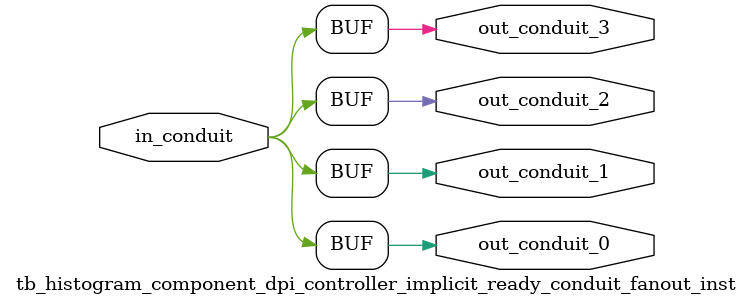
<source format=sv>


 


// --------------------------------------------------------------------------------
//| Avalon Conduit Fan-Out
// --------------------------------------------------------------------------------

// ------------------------------------------
// Generation parameters:
//   output_name:       tb_histogram_component_dpi_controller_implicit_ready_conduit_fanout_inst
//   numFanOut:         4
//   
// ------------------------------------------

module tb_histogram_component_dpi_controller_implicit_ready_conduit_fanout_inst (     

// Interface: out_conduit_0
 output                    out_conduit_0,
// Interface: out_conduit_1
 output                    out_conduit_1,
// Interface: out_conduit_2
 output                    out_conduit_2,
// Interface: out_conduit_3
 output                    out_conduit_3,

// Interface: in_conduit
 input                   in_conduit

);

   assign  out_conduit_0 = in_conduit;
   assign  out_conduit_1 = in_conduit;
   assign  out_conduit_2 = in_conduit;
   assign  out_conduit_3 = in_conduit;

endmodule //


</source>
